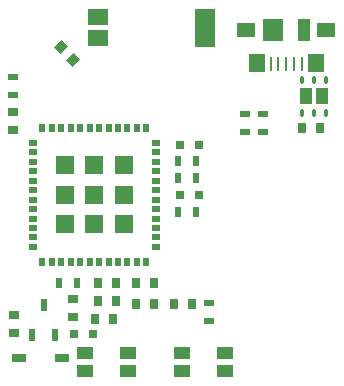
<source format=gbp>
G04*
G04 #@! TF.GenerationSoftware,Altium Limited,Altium Designer,20.2.6 (244)*
G04*
G04 Layer_Color=128*
%FSLAX25Y25*%
%MOIN*%
G70*
G04*
G04 #@! TF.SameCoordinates,A3B400B8-C857-4583-85C6-9FA4B9C7ABCD*
G04*
G04*
G04 #@! TF.FilePolarity,Positive*
G04*
G01*
G75*
%ADD16R,0.03150X0.03150*%
%ADD46R,0.05512X0.04134*%
%ADD47R,0.05610X0.06102*%
%ADD49R,0.07087X0.07480*%
%ADD50R,0.06496X0.05118*%
%ADD51R,0.03937X0.07480*%
%ADD52R,0.04800X0.02800*%
%ADD53R,0.03400X0.03000*%
%ADD54R,0.02400X0.03900*%
G04:AMPARAMS|DCode=56|XSize=15.75mil|YSize=23.62mil|CornerRadius=3.94mil|HoleSize=0mil|Usage=FLASHONLY|Rotation=0.000|XOffset=0mil|YOffset=0mil|HoleType=Round|Shape=RoundedRectangle|*
%AMROUNDEDRECTD56*
21,1,0.01575,0.01575,0,0,0.0*
21,1,0.00787,0.02362,0,0,0.0*
1,1,0.00787,0.00394,-0.00787*
1,1,0.00787,-0.00394,-0.00787*
1,1,0.00787,-0.00394,0.00787*
1,1,0.00787,0.00394,0.00787*
%
%ADD56ROUNDEDRECTD56*%
%ADD57R,0.03000X0.03400*%
%ADD58R,0.01968X0.03150*%
%ADD59R,0.03150X0.01968*%
%ADD60R,0.06299X0.06299*%
%ADD63R,0.03400X0.02400*%
%ADD64R,0.06693X0.05709*%
%ADD65R,0.06693X0.12598*%
G04:AMPARAMS|DCode=66|XSize=30mil|YSize=34mil|CornerRadius=0mil|HoleSize=0mil|Usage=FLASHONLY|Rotation=135.000|XOffset=0mil|YOffset=0mil|HoleType=Round|Shape=Rectangle|*
%AMROTATEDRECTD66*
4,1,4,0.02263,0.00141,-0.00141,-0.02263,-0.02263,-0.00141,0.00141,0.02263,0.02263,0.00141,0.0*
%
%ADD66ROTATEDRECTD66*%

%ADD67R,0.02400X0.03400*%
%ADD96R,0.03937X0.05512*%
%ADD97R,0.01142X0.04803*%
D16*
X71555Y62204D02*
D03*
X78051D02*
D03*
X42788Y16035D02*
D03*
X36292D02*
D03*
X78051Y79134D02*
D03*
X71555D02*
D03*
D46*
X40157Y3839D02*
D03*
X54331D02*
D03*
X40157Y9547D02*
D03*
X54331D02*
D03*
X72441Y3839D02*
D03*
X86614D02*
D03*
X72441Y9547D02*
D03*
X86614D02*
D03*
D47*
X116880Y106535D02*
D03*
X97304D02*
D03*
D49*
X102559Y117441D02*
D03*
D50*
X93789D02*
D03*
X120384D02*
D03*
D51*
X113189D02*
D03*
D52*
X17897Y8079D02*
D03*
X32497D02*
D03*
D53*
X16142Y84130D02*
D03*
Y90130D02*
D03*
X16500Y16500D02*
D03*
Y22500D02*
D03*
X35879Y27625D02*
D03*
Y21625D02*
D03*
D54*
X29916Y15631D02*
D03*
X22516D02*
D03*
X26216Y25631D02*
D03*
D56*
X120385Y100787D02*
D03*
X116448D02*
D03*
X112511D02*
D03*
X120385Y89764D02*
D03*
X116448D02*
D03*
X112511D02*
D03*
D57*
X50500Y33126D02*
D03*
X44500D02*
D03*
X69835Y26174D02*
D03*
X75835D02*
D03*
X43500Y21126D02*
D03*
X49500D02*
D03*
X63052Y26174D02*
D03*
X57052D02*
D03*
X63052Y33126D02*
D03*
X57052D02*
D03*
X44500Y27126D02*
D03*
X50500D02*
D03*
X118500Y84700D02*
D03*
X112500D02*
D03*
D58*
X60496Y40138D02*
D03*
X57346D02*
D03*
X54197D02*
D03*
X51047D02*
D03*
X47898D02*
D03*
X44748D02*
D03*
X41598D02*
D03*
X38449D02*
D03*
X35299D02*
D03*
X32150D02*
D03*
X29000D02*
D03*
X25850D02*
D03*
Y84626D02*
D03*
X29000D02*
D03*
X32150D02*
D03*
X35299D02*
D03*
X38449D02*
D03*
X41598D02*
D03*
X44748D02*
D03*
X47898D02*
D03*
X51047D02*
D03*
X54197D02*
D03*
X57346D02*
D03*
X60496D02*
D03*
D59*
X22701Y45059D02*
D03*
Y48209D02*
D03*
Y51358D02*
D03*
Y54508D02*
D03*
Y57657D02*
D03*
Y60807D02*
D03*
Y63957D02*
D03*
Y67106D02*
D03*
Y70256D02*
D03*
Y73405D02*
D03*
Y76555D02*
D03*
Y79705D02*
D03*
X63646D02*
D03*
Y76555D02*
D03*
Y73405D02*
D03*
Y70256D02*
D03*
Y67106D02*
D03*
Y63957D02*
D03*
Y60807D02*
D03*
Y57657D02*
D03*
Y54508D02*
D03*
Y51358D02*
D03*
Y48209D02*
D03*
Y45059D02*
D03*
D60*
X43173Y62382D02*
D03*
Y72224D02*
D03*
X53016D02*
D03*
Y62382D02*
D03*
Y52539D02*
D03*
X43173D02*
D03*
X33331D02*
D03*
Y62382D02*
D03*
Y72224D02*
D03*
D63*
X16142Y95819D02*
D03*
Y101819D02*
D03*
X81370Y26297D02*
D03*
Y20297D02*
D03*
X93500Y83500D02*
D03*
Y89500D02*
D03*
X99500Y83500D02*
D03*
Y89500D02*
D03*
D64*
X44291Y114665D02*
D03*
Y121555D02*
D03*
D65*
X80118Y118110D02*
D03*
D66*
X31879Y111707D02*
D03*
X36121Y107465D02*
D03*
D67*
X37496Y32883D02*
D03*
X31496D02*
D03*
X71173Y56693D02*
D03*
X77173D02*
D03*
X77114Y73622D02*
D03*
X71114D02*
D03*
X77114Y67979D02*
D03*
X71114D02*
D03*
D96*
X119006Y95276D02*
D03*
X113790Y95276D02*
D03*
D97*
X112214Y106181D02*
D03*
X101979D02*
D03*
X109656D02*
D03*
X104538D02*
D03*
X107097D02*
D03*
M02*

</source>
